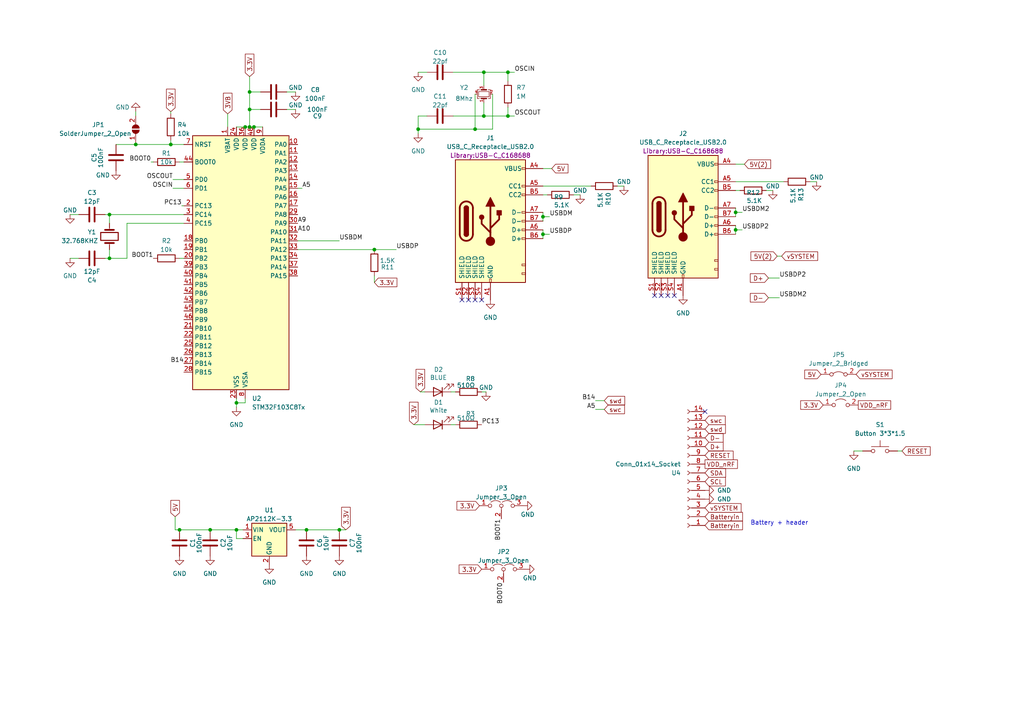
<source format=kicad_sch>
(kicad_sch (version 20231120) (generator "eeschema") (generator_version "8.0")
  (paper "A4")
  (lib_symbols
    (symbol "Connector:Conn_01x14_Socket" (pin_names (offset 1.016) hide)
      (property "Reference" "J" (at 0 17.78 0))
      (property "Value" "Conn_01x14_Socket" (at 0 -20.32 0))
      (symbol "Conn_01x14_Socket_1_1"
        (arc (start 0 -17.272) (mid -0.5058 -17.78) (end 0 -18.288) (stroke (width 0.1524)))
        (arc (start 0 -14.732) (mid -0.5058 -15.24) (end 0 -15.748) (stroke (width 0.1524)))
        (arc (start 0 -12.192) (mid -0.5058 -12.7) (end 0 -13.208) (stroke (width 0.1524)))
        (arc (start 0 -9.652) (mid -0.5058 -10.16) (end 0 -10.668) (stroke (width 0.1524)))
        (arc (start 0 -7.112) (mid -0.5058 -7.62) (end 0 -8.128) (stroke (width 0.1524)))
        (arc (start 0 -4.572) (mid -0.5058 -5.08) (end 0 -5.588) (stroke (width 0.1524)))
        (arc (start 0 -2.032) (mid -0.5058 -2.54) (end 0 -3.048) (stroke (width 0.1524)))
        (polyline (pts (xy -1.27 -17.78) (xy -0.508 -17.78)) (stroke (width 0.1524)))
        (polyline (pts (xy -1.27 -15.24) (xy -0.508 -15.24)) (stroke (width 0.1524)))
        (polyline (pts (xy -1.27 -12.7) (xy -0.508 -12.7)) (stroke (width 0.1524)))
        (polyline (pts (xy -1.27 -10.16) (xy -0.508 -10.16)) (stroke (width 0.1524)))
        (polyline (pts (xy -1.27 -7.62) (xy -0.508 -7.62)) (stroke (width 0.1524)))
        (polyline (pts (xy -1.27 -5.08) (xy -0.508 -5.08)) (stroke (width 0.1524)))
        (polyline (pts (xy -1.27 -2.54) (xy -0.508 -2.54)) (stroke (width 0.1524)))
        (polyline (pts (xy -1.27 0) (xy -0.508 0)) (stroke (width 0.1524)))
        (polyline (pts (xy -1.27 2.54) (xy -0.508 2.54)) (stroke (width 0.1524)))
        (polyline (pts (xy -1.27 5.08) (xy -0.508 5.08)) (stroke (width 0.1524)))
        (polyline (pts (xy -1.27 7.62) (xy -0.508 7.62)) (stroke (width 0.1524)))
        (polyline (pts (xy -1.27 10.16) (xy -0.508 10.16)) (stroke (width 0.1524)))
        (polyline (pts (xy -1.27 12.7) (xy -0.508 12.7)) (stroke (width 0.1524)))
        (polyline (pts (xy -1.27 15.24) (xy -0.508 15.24)) (stroke (width 0.1524)))
        (arc (start 0 0.508) (mid -0.5058 0) (end 0 -0.508) (stroke (width 0.1524)))
        (arc (start 0 3.048) (mid -0.5058 2.54) (end 0 2.032) (stroke (width 0.1524)))
        (arc (start 0 5.588) (mid -0.5058 5.08) (end 0 4.572) (stroke (width 0.1524)))
        (arc (start 0 8.128) (mid -0.5058 7.62) (end 0 7.112) (stroke (width 0.1524)))
        (arc (start 0 10.668) (mid -0.5058 10.16) (end 0 9.652) (stroke (width 0.1524)))
        (arc (start 0 13.208) (mid -0.5058 12.7) (end 0 12.192) (stroke (width 0.1524)))
        (arc (start 0 15.748) (mid -0.5058 15.24) (end 0 14.732) (stroke (width 0.1524)))
        (pin passive line (at -5.08 15.24 0) (length 3.81) (name "Pin_1") (number "1"))
        (pin passive line (at -5.08 -7.62 0) (length 3.81) (name "Pin_10") (number "10"))
        (pin passive line (at -5.08 -10.16 0) (length 3.81) (name "Pin_11") (number "11"))
        (pin passive line (at -5.08 -12.7 0) (length 3.81) (name "Pin_12") (number "12"))
        (pin passive line (at -5.08 -15.24 0) (length 3.81) (name "Pin_13") (number "13"))
        (pin passive line (at -5.08 -17.78 0) (length 3.81) (name "Pin_14") (number "14"))
        (pin passive line (at -5.08 12.7 0) (length 3.81) (name "Pin_2") (number "2"))
        (pin passive line (at -5.08 10.16 0) (length 3.81) (name "Pin_3") (number "3"))
        (pin passive line (at -5.08 7.62 0) (length 3.81) (name "Pin_4") (number "4"))
        (pin passive line (at -5.08 5.08 0) (length 3.81) (name "Pin_5") (number "5"))
        (pin passive line (at -5.08 2.54 0) (length 3.81) (name "Pin_6") (number "6"))
        (pin passive line (at -5.08 0 0) (length 3.81) (name "Pin_7") (number "7"))
        (pin passive line (at -5.08 -2.54 0) (length 3.81) (name "Pin_8") (number "8"))
        (pin passive line (at -5.08 -5.08 0) (length 3.81) (name "Pin_9") (number "9"))
      )
    )
    (symbol "Device:C" (pin_numbers hide) (pin_names (offset 0.254))
      (property "Reference" "C" (at 0.635 2.54 0))
      (property "Value" "C" (at 0.635 -2.54 0))
      (symbol "C_0_1"
        (polyline (pts (xy -2.032 -0.762) (xy 2.032 -0.762)) (stroke (width 0.508)))
        (polyline (pts (xy -2.032 0.762) (xy 2.032 0.762)) (stroke (width 0.508)))
      )
      (symbol "C_1_1"
        (pin passive line (at 0 3.81 270) (length 2.794) (name "~") (number "1"))
        (pin passive line (at 0 -3.81 90) (length 2.794) (name "~") (number "2"))
      )
    )
    (symbol "Device:Crystal" (pin_numbers hide) (pin_names (offset 1.016) hide)
      (property "Reference" "Y" (at 0 3.81 0))
      (property "Value" "Crystal" (at 0 -3.81 0))
      (symbol "Crystal_0_1"
        (rectangle (start -1.143 2.54) (end 1.143 -2.54) (stroke (width 0.3048)))
        (polyline (pts (xy -2.54 0) (xy -1.905 0)))
        (polyline (pts (xy -1.905 -1.27) (xy -1.905 1.27)) (stroke (width 0.508)))
        (polyline (pts (xy 1.905 -1.27) (xy 1.905 1.27)) (stroke (width 0.508)))
        (polyline (pts (xy 2.54 0) (xy 1.905 0)))
      )
      (symbol "Crystal_1_1"
        (pin passive line (at -3.81 0 0) (length 1.27) (name "1") (number "1"))
        (pin passive line (at 3.81 0 180) (length 1.27) (name "2") (number "2"))
      )
    )
    (symbol "Device:Crystal_GND24_Small" (pin_names (offset 1.016) hide)
      (property "Reference" "Y" (at 1.27 4.445 0))
      (property "Value" "Crystal_GND24_Small" (at 1.27 2.54 0))
      (symbol "Crystal_GND24_Small_0_1"
        (rectangle (start -0.762 -1.524) (end 0.762 1.524))
        (polyline (pts (xy -1.27 -0.762) (xy -1.27 0.762)) (stroke (width 0.381)))
        (polyline (pts (xy 1.27 -0.762) (xy 1.27 0.762)) (stroke (width 0.381)))
        (polyline (pts (xy -1.27 -1.27) (xy -1.27 -1.905) (xy 1.27 -1.905) (xy 1.27 -1.27)))
        (polyline (pts (xy -1.27 1.27) (xy -1.27 1.905) (xy 1.27 1.905) (xy 1.27 1.27)))
      )
      (symbol "Crystal_GND24_Small_1_1"
        (pin passive line (at -2.54 0 0) (length 1.27) (name "1") (number "1"))
        (pin passive line (at 0 -2.54 90) (length 0.635) (name "2") (number "2"))
        (pin passive line (at 2.54 0 180) (length 1.27) (name "3") (number "3"))
        (pin passive line (at 0 2.54 270) (length 0.635) (name "4") (number "4"))
      )
    )
    (symbol "Device:LED" (pin_numbers hide) (pin_names (offset 1.016) hide)
      (property "Reference" "D" (at 0 2.54 0))
      (property "Value" "LED" (at 0 -2.54 0))
      (symbol "LED_0_1"
        (polyline (pts (xy -1.27 -1.27) (xy -1.27 1.27)) (stroke (width 0.254)))
        (polyline (pts (xy -1.27 0) (xy 1.27 0)))
        (polyline (pts (xy 1.27 -1.27) (xy 1.27 1.27) (xy -1.27 0) (xy 1.27 -1.27)) (stroke (width 0.254)))
        (polyline (pts (xy -3.048 -0.762) (xy -4.572 -2.286) (xy -3.81 -2.286) (xy -4.572 -2.286) (xy -4.572 -1.524)))
        (polyline (pts (xy -1.778 -0.762) (xy -3.302 -2.286) (xy -2.54 -2.286) (xy -3.302 -2.286) (xy -3.302 -1.524)))
      )
      (symbol "LED_1_1"
        (pin passive line (at -3.81 0 0) (length 2.54) (name "K") (number "1"))
        (pin passive line (at 3.81 0 180) (length 2.54) (name "A") (number "2"))
      )
    )
    (symbol "Device:R" (pin_numbers hide) (pin_names (offset 0))
      (property "Reference" "R" (at 2.032 0 90))
      (property "Value" "R" (at 0 0 90))
      (symbol "R_0_1"
        (rectangle (start -1.016 -2.54) (end 1.016 2.54) (stroke (width 0.254)))
      )
      (symbol "R_1_1"
        (pin passive line (at 0 3.81 270) (length 1.27) (name "~") (number "1"))
        (pin passive line (at 0 -3.81 90) (length 1.27) (name "~") (number "2"))
      )
    )
    (symbol "Jumper:Jumper_2_Bridged" (pin_names (offset 0) hide)
      (property "Reference" "JP" (at 0 1.905 0))
      (property "Value" "Jumper_2_Bridged" (at 0 -2.54 0))
      (symbol "Jumper_2_Bridged_0_0"
        (circle (center -2.032 0) (radius 0.508))
        (circle (center 2.032 0) (radius 0.508))
      )
      (symbol "Jumper_2_Bridged_0_1"
        (arc (start 1.524 0.254) (mid 0 0.762) (end -1.524 0.254))
      )
      (symbol "Jumper_2_Bridged_1_1"
        (pin passive line (at -5.08 0 0) (length 2.54) (name "A") (number "1"))
        (pin passive line (at 5.08 0 180) (length 2.54) (name "B") (number "2"))
      )
    )
    (symbol "Jumper:Jumper_2_Open" (pin_names (offset 0) hide)
      (property "Reference" "JP" (at 0 2.794 0))
      (property "Value" "Jumper_2_Open" (at 0 -2.286 0))
      (symbol "Jumper_2_Open_0_0"
        (circle (center -2.032 0) (radius 0.508))
        (circle (center 2.032 0) (radius 0.508))
      )
      (symbol "Jumper_2_Open_0_1"
        (arc (start 1.524 1.27) (mid 0 1.778) (end -1.524 1.27))
      )
      (symbol "Jumper_2_Open_1_1"
        (pin passive line (at -5.08 0 0) (length 2.54) (name "A") (number "1"))
        (pin passive line (at 5.08 0 180) (length 2.54) (name "B") (number "2"))
      )
    )
    (symbol "Jumper:Jumper_3_Open" (pin_names (offset 0) hide)
      (property "Reference" "JP" (at -2.54 -2.54 0))
      (property "Value" "Jumper_3_Open" (at 0 2.794 0))
      (symbol "Jumper_3_Open_0_0"
        (circle (center -3.302 0) (radius 0.508))
        (circle (center 0 0) (radius 0.508))
        (circle (center 3.302 0) (radius 0.508))
      )
      (symbol "Jumper_3_Open_0_1"
        (arc (start -0.254 1.016) (mid -1.651 1.4992) (end -3.048 1.016))
        (polyline (pts (xy 0 -0.508) (xy 0 -1.27)))
        (arc (start 3.048 1.016) (mid 1.651 1.4992) (end 0.254 1.016))
      )
      (symbol "Jumper_3_Open_1_1"
        (pin passive line (at -6.35 0 0) (length 2.54) (name "A") (number "1"))
        (pin passive line (at 0 -3.81 90) (length 2.54) (name "C") (number "2"))
        (pin passive line (at 6.35 0 180) (length 2.54) (name "B") (number "3"))
      )
    )
    (symbol "Jumper:SolderJumper_2_Open" (pin_names (offset 0) hide)
      (property "Reference" "JP" (at 0 2.032 0))
      (property "Value" "SolderJumper_2_Open" (at 0 -2.54 0))
      (symbol "SolderJumper_2_Open_0_1"
        (arc (start -0.254 1.016) (mid -1.2656 0) (end -0.254 -1.016))
        (arc (start -0.254 1.016) (mid -1.2656 0) (end -0.254 -1.016) (fill (type outline)))
        (polyline (pts (xy -0.254 1.016) (xy -0.254 -1.016)))
        (polyline (pts (xy 0.254 1.016) (xy 0.254 -1.016)))
        (arc (start 0.254 -1.016) (mid 1.2656 0) (end 0.254 1.016))
        (arc (start 0.254 -1.016) (mid 1.2656 0) (end 0.254 1.016) (fill (type outline)))
      )
      (symbol "SolderJumper_2_Open_1_1"
        (pin passive line (at -3.81 0 0) (length 2.54) (name "A") (number "1"))
        (pin passive line (at 3.81 0 180) (length 2.54) (name "B") (number "2"))
      )
    )
    (symbol "Library:USB_C_Receptacle_USB2.0" (pin_names (offset 1.016))
      (property "Reference" "J1" (at 2.7178 24.3078 0))
      (property "Value" "USB_C_Receptacle_USB2.0" (at 2.7178 21.9964 0))
      (property "Footprint" "Library:USB-C_C168688" (at 2.7178 19.685 0))
      (symbol "USB_C_Receptacle_USB2.0_0_0"
        (rectangle (start -0.254 -17.78) (end 0.254 -16.764))
        (rectangle (start 10.16 -14.986) (end 9.144 -15.494))
        (rectangle (start 10.16 -12.446) (end 9.144 -12.954))
        (rectangle (start 10.16 -4.826) (end 9.144 -5.334))
        (rectangle (start 10.16 -2.286) (end 9.144 -2.794))
        (rectangle (start 10.16 0.254) (end 9.144 -0.254))
        (rectangle (start 10.16 2.794) (end 9.144 2.286))
        (rectangle (start 10.16 7.874) (end 9.144 7.366))
        (rectangle (start 10.16 10.414) (end 9.144 9.906))
        (rectangle (start 10.16 15.494) (end 9.144 14.986))
      )
      (symbol "USB_C_Receptacle_USB2.0_0_1"
        (rectangle (start -10.16 17.78) (end 10.16 -17.78) (stroke (width 0.254)) (fill (type background)))
        (arc (start -8.89 -3.81) (mid -6.985 -5.7067) (end -5.08 -3.81) (stroke (width 0.508)))
        (arc (start -7.62 -3.81) (mid -6.985 -4.4423) (end -6.35 -3.81) (stroke (width 0.254)))
        (arc (start -7.62 -3.81) (mid -6.985 -4.4423) (end -6.35 -3.81) (stroke (width 0.254)) (fill (type outline)))
        (rectangle (start -7.62 -3.81) (end -6.35 3.81) (stroke (width 0.254)) (fill (type outline)))
        (arc (start -6.35 3.81) (mid -6.985 4.4423) (end -7.62 3.81) (stroke (width 0.254)))
        (arc (start -6.35 3.81) (mid -6.985 4.4423) (end -7.62 3.81) (stroke (width 0.254)) (fill (type outline)))
        (arc (start -5.08 3.81) (mid -6.985 5.7067) (end -8.89 3.81) (stroke (width 0.508)))
        (circle (center -2.54 1.143) (radius 0.635) (stroke (width 0.254)) (fill (type outline)))
        (circle (center 0 -5.842) (radius 1.27) (fill (type outline)))
        (polyline (pts (xy -8.89 -3.81) (xy -8.89 3.81)) (stroke (width 0.508)))
        (polyline (pts (xy -5.08 3.81) (xy -5.08 -3.81)) (stroke (width 0.508)))
        (polyline (pts (xy 0 -5.842) (xy 0 4.318)) (stroke (width 0.508)))
        (polyline (pts (xy 0 -3.302) (xy -2.54 -0.762) (xy -2.54 0.508)) (stroke (width 0.508)))
        (polyline (pts (xy 0 -2.032) (xy 2.54 0.508) (xy 2.54 1.778)) (stroke (width 0.508)))
        (polyline (pts (xy -1.27 4.318) (xy 0 6.858) (xy 1.27 4.318) (xy -1.27 4.318)) (stroke (width 0.254)) (fill (type outline)))
        (rectangle (start 1.905 1.778) (end 3.175 3.048) (stroke (width 0.254)) (fill (type outline)))
      )
      (symbol "USB_C_Receptacle_USB2.0_1_1"
        (pin power_in line (at 0 -22.86 90) (length 5.08) (name "GND") (number "A1"))
        (pin power_in line (at 15.24 15.24 180) (length 5.08) (name "VBUS") (number "A4"))
        (pin bidirectional line (at 15.24 10.16 180) (length 5.08) (name "CC1") (number "A5"))
        (pin bidirectional line (at 15.24 -2.54 180) (length 5.08) (name "D+") (number "A6"))
        (pin bidirectional line (at 15.24 2.54 180) (length 5.08) (name "D-") (number "A7"))
        (pin bidirectional line (at 15.24 7.62 180) (length 5.08) (name "CC2") (number "B5"))
        (pin bidirectional line (at 15.24 -5.08 180) (length 5.08) (name "D+") (number "B6"))
        (pin bidirectional line (at 15.24 0 180) (length 5.08) (name "D-") (number "B7"))
        (pin passive line (at -8.255 -22.86 90) (length 5.08) (name "SHIELD") (number "S1"))
        (pin passive line (at -6.35 -22.86 90) (length 5.08) (name "SHIELD") (number "S2"))
        (pin passive line (at -4.445 -22.86 90) (length 5.08) (name "SHIELD") (number "S3"))
        (pin passive line (at -2.54 -22.86 90) (length 5.08) (name "SHIELD") (number "S4"))
      )
    )
    (symbol "MCU_ST_STM32F1:STM32F103C8Tx"
      (property "Reference" "U" (at -12.7 39.37 0))
      (property "Value" "STM32F103C8Tx" (at 10.16 39.37 0))
      (symbol "STM32F103C8Tx_0_1"
        (rectangle (start -12.7 -35.56) (end 15.24 38.1) (stroke (width 0.254)) (fill (type background)))
      )
      (symbol "STM32F103C8Tx_1_1"
        (pin power_in line (at -2.54 40.64 270) (length 2.54) (name "VBAT") (number "1"))
        (pin bidirectional line (at 17.78 35.56 180) (length 2.54) (name "PA0") (number "10"))
        (pin bidirectional line (at 17.78 33.02 180) (length 2.54) (name "PA1") (number "11"))
        (pin bidirectional line (at 17.78 30.48 180) (length 2.54) (name "PA2") (number "12"))
        (pin bidirectional line (at 17.78 27.94 180) (length 2.54) (name "PA3") (number "13"))
        (pin bidirectional line (at 17.78 25.4 180) (length 2.54) (name "PA4") (number "14"))
        (pin bidirectional line (at 17.78 22.86 180) (length 2.54) (name "PA5") (number "15"))
        (pin bidirectional line (at 17.78 20.32 180) (length 2.54) (name "PA6") (number "16"))
        (pin bidirectional line (at 17.78 17.78 180) (length 2.54) (name "PA7") (number "17"))
        (pin bidirectional line (at -15.24 7.62 0) (length 2.54) (name "PB0") (number "18"))
        (pin bidirectional line (at -15.24 5.08 0) (length 2.54) (name "PB1") (number "19"))
        (pin bidirectional line (at -15.24 17.78 0) (length 2.54) (name "PC13") (number "2"))
        (pin bidirectional line (at -15.24 2.54 0) (length 2.54) (name "PB2") (number "20"))
        (pin bidirectional line (at -15.24 -17.78 0) (length 2.54) (name "PB10") (number "21"))
        (pin bidirectional line (at -15.24 -20.32 0) (length 2.54) (name "PB11") (number "22"))
        (pin power_in line (at 0 -38.1 90) (length 2.54) (name "VSS") (number "23"))
        (pin power_in line (at 0 40.64 270) (length 2.54) (name "VDD") (number "24"))
        (pin bidirectional line (at -15.24 -22.86 0) (length 2.54) (name "PB12") (number "25"))
        (pin bidirectional line (at -15.24 -25.4 0) (length 2.54) (name "PB13") (number "26"))
        (pin bidirectional line (at -15.24 -27.94 0) (length 2.54) (name "PB14") (number "27"))
        (pin bidirectional line (at -15.24 -30.48 0) (length 2.54) (name "PB15") (number "28"))
        (pin bidirectional line (at 17.78 15.24 180) (length 2.54) (name "PA8") (number "29"))
        (pin bidirectional line (at -15.24 15.24 0) (length 2.54) (name "PC14") (number "3"))
        (pin bidirectional line (at 17.78 12.7 180) (length 2.54) (name "PA9") (number "30"))
        (pin bidirectional line (at 17.78 10.16 180) (length 2.54) (name "PA10") (number "31"))
        (pin bidirectional line (at 17.78 7.62 180) (length 2.54) (name "PA11") (number "32"))
        (pin bidirectional line (at 17.78 5.08 180) (length 2.54) (name "PA12") (number "33"))
        (pin bidirectional line (at 17.78 2.54 180) (length 2.54) (name "PA13") (number "34"))
        (pin passive line (at 0 -38.1 90) (length 2.54) hide (name "VSS") (number "35"))
        (pin power_in line (at 2.54 40.64 270) (length 2.54) (name "VDD") (number "36"))
        (pin bidirectional line (at 17.78 0 180) (length 2.54) (name "PA14") (number "37"))
        (pin bidirectional line (at 17.78 -2.54 180) (length 2.54) (name "PA15") (number "38"))
        (pin bidirectional line (at -15.24 0 0) (length 2.54) (name "PB3") (number "39"))
        (pin bidirectional line (at -15.24 12.7 0) (length 2.54) (name "PC15") (number "4"))
        (pin bidirectional line (at -15.24 -2.54 0) (length 2.54) (name "PB4") (number "40"))
        (pin bidirectional line (at -15.24 -5.08 0) (length 2.54) (name "PB5") (number "41"))
        (pin bidirectional line (at -15.24 -7.62 0) (length 2.54) (name "PB6") (number "42"))
        (pin bidirectional line (at -15.24 -10.16 0) (length 2.54) (name "PB7") (number "43"))
        (pin input line (at -15.24 30.48 0) (length 2.54) (name "BOOT0") (number "44"))
        (pin bidirectional line (at -15.24 -12.7 0) (length 2.54) (name "PB8") (number "45"))
        (pin bidirectional line (at -15.24 -15.24 0) (length 2.54) (name "PB9") (number "46"))
        (pin passive line (at 0 -38.1 90) (length 2.54) hide (name "VSS") (number "47"))
        (pin power_in line (at 5.08 40.64 270) (length 2.54) (name "VDD") (number "48"))
        (pin bidirectional line (at -15.24 25.4 0) (length 2.54) (name "PD0") (number "5"))
        (pin bidirectional line (at -15.24 22.86 0) (length 2.54) (name "PD1") (number "6"))
        (pin input line (at -15.24 35.56 0) (length 2.54) (name "NRST") (number "7"))
        (pin power_in line (at 2.54 -38.1 90) (length 2.54) (name "VSSA") (number "8"))
        (pin power_in line (at 7.62 40.64 270) (length 2.54) (name "VDDA") (number "9"))
      )
    )
    (symbol "Regulator_Linear:AP2112K-3.3" (pin_names (offset 0.254))
      (property "Reference" "U" (at -5.08 5.715 0))
      (property "Value" "AP2112K-3.3" (at 0 5.715 0))
      (symbol "AP2112K-3.3_0_1"
        (rectangle (start -5.08 4.445) (end 5.08 -5.08) (stroke (width 0.254)) (fill (type background)))
      )
      (symbol "AP2112K-3.3_1_1"
        (pin power_in line (at -7.62 2.54 0) (length 2.54) (name "VIN") (number "1"))
        (pin power_in line (at 0 -7.62 90) (length 2.54) (name "GND") (number "2"))
        (pin input line (at -7.62 0 0) (length 2.54) (name "EN") (number "3"))
        (pin no_connect line (at 5.08 0 180) (length 2.54) hide (name "NC") (number "4"))
        (pin power_out line (at 7.62 2.54 180) (length 2.54) (name "VOUT") (number "5"))
      )
    )
    (symbol "Switch:SW_Push" (pin_numbers hide) (pin_names (offset 1.016) hide)
      (property "Reference" "SW" (at 1.27 2.54 0))
      (property "Value" "SW_Push" (at 0 -1.524 0))
      (symbol "SW_Push_0_1"
        (circle (center -2.032 0) (radius 0.508))
        (polyline (pts (xy 0 1.27) (xy 0 3.048)))
        (polyline (pts (xy 2.54 1.27) (xy -2.54 1.27)))
        (circle (center 2.032 0) (radius 0.508))
        (pin passive line (at -5.08 0 0) (length 2.54) (name "1") (number "1"))
        (pin passive line (at 5.08 0 180) (length 2.54) (name "2") (number "2"))
      )
    )
    (symbol "power:GND" (power) (pin_names (offset 0))
      (property "Value" "GND" (at 0 -3.81 0))
      (symbol "GND_0_1"
        (polyline (pts (xy 0 0) (xy 0 -1.27) (xy 1.27 -1.27) (xy 0 -2.54) (xy -1.27 -1.27) (xy 0 -1.27)))
      )
      (symbol "GND_1_1"
        (pin power_in line (at 0 0 270) (length 0) hide (name "GND") (number "1"))
      )
    )
  )
  (junction (at 121.285 37.465))
  (junction (at 49.53 41.91))
  (junction (at 213.36 66.675))
  (junction (at 137.795 37.465))
  (junction (at 68.58 116.84))
  (junction (at 72.39 31.75))
  (junction (at 140.335 33.655))
  (junction (at 52.07 153.67))
  (junction (at 98.425 153.67))
  (junction (at 157.48 67.945))
  (junction (at 68.58 153.67))
  (junction (at 72.39 26.67))
  (junction (at 213.36 61.595))
  (junction (at 108.585 72.39))
  (junction (at 157.48 62.865))
  (junction (at 72.39 36.83))
  (junction (at 147.32 33.655))
  (junction (at 60.96 153.67))
  (junction (at 88.9 153.67))
  (junction (at 147.32 20.955))
  (junction (at 73.66 36.83))
  (junction (at 31.75 74.93))
  (junction (at 31.75 62.23))
  (junction (at 39.37 41.91))
  (junction (at 140.335 20.955))
  (junction (at 71.12 36.83))
  (no_connect (at 193.675 85.725))
  (no_connect (at 189.865 85.725))
  (no_connect (at 135.89 86.995))
  (no_connect (at 191.77 85.725))
  (no_connect (at 204.47 119.38))
  (no_connect (at 137.795 86.995))
  (no_connect (at 139.7 86.995))
  (no_connect (at 195.58 85.725))
  (no_connect (at 133.985 86.995))
  (wire (pts (xy 68.58 153.67) (xy 60.96 153.67)))
  (wire (pts (xy 121.285 37.465) (xy 121.285 33.655)))
  (wire (pts (xy 121.285 38.735) (xy 121.285 37.465)))
  (wire (pts (xy 68.58 116.84) (xy 68.58 115.57)))
  (wire (pts (xy 31.75 62.23) (xy 53.34 62.23)))
  (wire (pts (xy 142.875 37.465) (xy 137.795 37.465)))
  (wire (pts (xy 68.58 156.21) (xy 68.58 153.67)))
  (wire (pts (xy 120.015 123.19) (xy 123.19 123.19)))
  (wire (pts (xy 121.92 113.665) (xy 123.19 113.665)))
  (wire (pts (xy 31.75 64.77) (xy 31.75 62.23)))
  (wire (pts (xy 73.66 36.83) (xy 76.2 36.83)))
  (wire (pts (xy 171.45 53.975) (xy 157.48 53.975)))
  (wire (pts (xy 137.795 37.465) (xy 121.285 37.465)))
  (wire (pts (xy 71.12 36.83) (xy 72.39 36.83)))
  (wire (pts (xy 130.81 123.19) (xy 132.08 123.19)))
  (wire (pts (xy 159.385 62.865) (xy 157.48 62.865)))
  (wire (pts (xy 39.37 32.385) (xy 39.37 33.655)))
  (wire (pts (xy 50.8 153.67) (xy 50.8 149.86)))
  (wire (pts (xy 121.285 20.955) (xy 123.825 20.955)))
  (wire (pts (xy 60.96 153.67) (xy 52.07 153.67)))
  (wire (pts (xy 213.36 65.405) (xy 213.36 66.675)))
  (wire (pts (xy 147.32 31.115) (xy 147.32 33.655)))
  (wire (pts (xy 20.32 62.23) (xy 22.86 62.23)))
  (wire (pts (xy 227.33 52.705) (xy 213.36 52.705)))
  (wire (pts (xy 87.63 54.61) (xy 86.36 54.61)))
  (wire (pts (xy 140.335 33.655) (xy 147.32 33.655)))
  (wire (pts (xy 215.9 47.625) (xy 213.36 47.625)))
  (wire (pts (xy 157.48 67.945) (xy 157.48 69.215)))
  (wire (pts (xy 140.335 20.955) (xy 147.32 20.955)))
  (wire (pts (xy 72.39 31.75) (xy 72.39 36.83)))
  (wire (pts (xy 158.75 56.515) (xy 157.48 56.515)))
  (wire (pts (xy 49.53 40.64) (xy 49.53 41.91)))
  (wire (pts (xy 140.97 113.665) (xy 139.7 113.665)))
  (wire (pts (xy 147.32 20.955) (xy 147.32 23.495)))
  (wire (pts (xy 52.07 74.93) (xy 53.34 74.93)))
  (wire (pts (xy 140.335 29.845) (xy 140.335 33.655)))
  (wire (pts (xy 172.72 116.205) (xy 175.26 116.205)))
  (wire (pts (xy 247.65 130.81) (xy 250.19 130.81)))
  (wire (pts (xy 131.445 20.955) (xy 140.335 20.955)))
  (wire (pts (xy 20.32 74.93) (xy 22.86 74.93)))
  (wire (pts (xy 215.265 66.675) (xy 213.36 66.675)))
  (wire (pts (xy 39.37 41.275) (xy 39.37 41.91)))
  (wire (pts (xy 236.855 52.705) (xy 234.95 52.705)))
  (wire (pts (xy 72.39 36.83) (xy 73.66 36.83)))
  (wire (pts (xy 49.53 41.91) (xy 53.34 41.91)))
  (wire (pts (xy 215.265 61.595) (xy 213.36 61.595)))
  (wire (pts (xy 85.725 31.75) (xy 83.185 31.75)))
  (wire (pts (xy 159.385 67.945) (xy 157.48 67.945)))
  (wire (pts (xy 52.705 59.69) (xy 53.34 59.69)))
  (wire (pts (xy 50.165 52.07) (xy 53.34 52.07)))
  (wire (pts (xy 130.81 113.665) (xy 132.08 113.665)))
  (wire (pts (xy 86.36 72.39) (xy 108.585 72.39)))
  (wire (pts (xy 68.58 116.84) (xy 71.12 116.84)))
  (wire (pts (xy 33.655 41.91) (xy 39.37 41.91)))
  (wire (pts (xy 31.75 74.93) (xy 36.83 74.93)))
  (wire (pts (xy 86.36 69.85) (xy 98.425 69.85)))
  (wire (pts (xy 100.33 153.67) (xy 98.425 153.67)))
  (wire (pts (xy 68.58 118.11) (xy 68.58 116.84)))
  (wire (pts (xy 85.725 26.67) (xy 83.185 26.67)))
  (wire (pts (xy 88.9 153.67) (xy 98.425 153.67)))
  (wire (pts (xy 140.335 20.955) (xy 140.335 24.765)))
  (wire (pts (xy 50.165 54.61) (xy 53.34 54.61)))
  (wire (pts (xy 160.02 48.895) (xy 157.48 48.895)))
  (wire (pts (xy 70.485 153.67) (xy 68.58 153.67)))
  (wire (pts (xy 31.75 72.39) (xy 31.75 74.93)))
  (wire (pts (xy 39.37 41.91) (xy 49.53 41.91)))
  (wire (pts (xy 52.07 153.67) (xy 50.8 153.67)))
  (wire (pts (xy 70.485 156.21) (xy 68.58 156.21)))
  (wire (pts (xy 72.39 26.67) (xy 72.39 31.75)))
  (wire (pts (xy 137.795 27.305) (xy 137.795 37.465)))
  (wire (pts (xy 36.83 64.77) (xy 36.83 74.93)))
  (wire (pts (xy 72.39 22.225) (xy 72.39 26.67)))
  (wire (pts (xy 172.72 118.745) (xy 175.26 118.745)))
  (wire (pts (xy 214.63 55.245) (xy 213.36 55.245)))
  (wire (pts (xy 147.32 20.955) (xy 149.225 20.955)))
  (wire (pts (xy 147.32 33.655) (xy 149.225 33.655)))
  (wire (pts (xy 226.695 74.295) (xy 225.425 74.295)))
  (wire (pts (xy 180.975 53.975) (xy 179.07 53.975)))
  (wire (pts (xy 157.48 66.675) (xy 157.48 67.945)))
  (wire (pts (xy 213.36 60.325) (xy 213.36 61.595)))
  (wire (pts (xy 121.285 33.655) (xy 123.825 33.655)))
  (wire (pts (xy 226.06 80.645) (xy 222.885 80.645)))
  (wire (pts (xy 72.39 31.75) (xy 75.565 31.75)))
  (wire (pts (xy 142.875 27.305) (xy 142.875 37.465)))
  (wire (pts (xy 49.53 33.02) (xy 49.53 32.385)))
  (wire (pts (xy 85.725 153.67) (xy 88.9 153.67)))
  (wire (pts (xy 43.815 46.99) (xy 44.45 46.99)))
  (wire (pts (xy 140.335 33.655) (xy 131.445 33.655)))
  (wire (pts (xy 52.07 46.99) (xy 53.34 46.99)))
  (wire (pts (xy 30.48 62.23) (xy 31.75 62.23)))
  (wire (pts (xy 108.585 81.915) (xy 108.585 80.01)))
  (wire (pts (xy 157.48 62.865) (xy 157.48 64.135)))
  (wire (pts (xy 30.48 74.93) (xy 31.75 74.93)))
  (wire (pts (xy 213.36 61.595) (xy 213.36 62.865)))
  (wire (pts (xy 168.275 56.515) (xy 166.37 56.515)))
  (wire (pts (xy 72.39 26.67) (xy 75.565 26.67)))
  (wire (pts (xy 71.12 116.84) (xy 71.12 115.57)))
  (wire (pts (xy 261.62 130.81) (xy 260.35 130.81)))
  (wire (pts (xy 114.935 72.39) (xy 108.585 72.39)))
  (wire (pts (xy 226.06 86.36) (xy 222.885 86.36)))
  (wire (pts (xy 224.155 55.245) (xy 222.25 55.245)))
  (wire (pts (xy 157.48 61.595) (xy 157.48 62.865)))
  (wire (pts (xy 68.58 36.83) (xy 71.12 36.83)))
  (wire (pts (xy 213.36 66.675) (xy 213.36 67.945)))
  (wire (pts (xy 66.04 33.02) (xy 66.04 36.83)))
  (wire (pts (xy 53.34 64.77) (xy 36.83 64.77)))
  (text "Battery + header" (at 226.06 151.765 0) (effects (font (size 1.27 1.27))))
  (label "USBDP2" (at 226.06 80.645 0))
  (label "USBDM2" (at 215.265 61.595 0))
  (label "A9" (at 86.36 64.77 0))
  (label "BOOT0" (at 146.05 168.91 270))
  (label "B14" (at 172.72 116.205 180))
  (label "PC13" (at 52.705 59.69 180))
  (label "OSCOUT" (at 50.165 52.07 180))
  (label "BOOT1" (at 44.45 74.93 180))
  (label "OSCOUT" (at 149.225 33.655 0))
  (label "USBDM" (at 98.425 69.85 0))
  (label "USBDP" (at 114.935 72.39 0))
  (label "A5" (at 172.72 118.745 180))
  (label "USBDM" (at 159.385 62.865 0))
  (label "BOOT0" (at 43.815 46.99 180))
  (label "A10" (at 86.36 67.31 0))
  (label "OSCIN" (at 50.165 54.61 180))
  (label "USBDP2" (at 215.265 66.675 0))
  (label "PC13" (at 139.7 123.19 0))
  (label "OSCIN" (at 149.225 20.955 0))
  (label "USBDP" (at 159.385 67.945 0))
  (label "BOOT1" (at 145.415 150.495 270))
  (label "A5" (at 87.63 54.61 0))
  (label "B14" (at 53.34 105.41 180))
  (label "USBDM2" (at 226.06 86.36 0))
  (global_label "Batteryin" (shape input) (at 204.47 152.4 0) (property "Intersheetrefs" "${INTERSHEET_REFS}" (effects (hide yes))))
  (global_label "5V" (shape input) (at 50.8 149.86 90) (property "Intersheetrefs" "${INTERSHEET_REFS}" (effects (hide yes))))
  (global_label "swd" (shape input) (at 204.47 124.46 0) (property "Intersheetrefs" "${INTERSHEET_REFS}" (effects (hide yes))))
  (global_label "3VB" (shape input) (at 66.04 33.02 90) (property "Intersheetrefs" "${INTERSHEET_REFS}" (effects (hide yes))))
  (global_label "VDD_nRF" (shape passive) (at 248.92 117.475 0) (property "Intersheetrefs" "${INTERSHEET_REFS}" (effects (hide yes))))
  (global_label "Batteryin" (shape input) (at 204.47 149.86 0) (property "Intersheetrefs" "${INTERSHEET_REFS}" (effects (hide yes))))
  (global_label "3.3V" (shape input) (at 108.585 81.915 0) (property "Intersheetrefs" "${INTERSHEET_REFS}" (effects (hide yes))))
  (global_label "5V(2)" (shape input) (at 225.425 74.295 180) (property "Intersheetrefs" "${INTERSHEET_REFS}" (effects (hide yes))))
  (global_label "vSYSTEM" (shape input) (at 226.695 74.295 0) (property "Intersheetrefs" "${INTERSHEET_REFS}" (effects (hide yes))))
  (global_label "3.3V" (shape input) (at 139.7 165.1 180) (property "Intersheetrefs" "${INTERSHEET_REFS}" (effects (hide yes))))
  (global_label "D-" (shape input) (at 222.885 86.36 180) (property "Intersheetrefs" "${INTERSHEET_REFS}" (effects (hide yes))))
  (global_label "3.3V" (shape input) (at 139.065 146.685 180) (property "Intersheetrefs" "${INTERSHEET_REFS}" (effects (hide yes))))
  (global_label "vSYSTEM" (shape input) (at 204.47 147.32 0) (property "Intersheetrefs" "${INTERSHEET_REFS}" (effects (hide yes))))
  (global_label "D-" (shape input) (at 204.47 127 0) (property "Intersheetrefs" "${INTERSHEET_REFS}" (effects (hide yes))))
  (global_label "3.3V" (shape input) (at 72.39 22.225 90) (property "Intersheetrefs" "${INTERSHEET_REFS}" (effects (hide yes))))
  (global_label "RESET" (shape input) (at 204.47 132.08 0) (property "Intersheetrefs" "${INTERSHEET_REFS}" (effects (hide yes))))
  (global_label "SCL" (shape input) (at 204.47 139.7 0) (property "Intersheetrefs" "${INTERSHEET_REFS}" (effects (hide yes))))
  (global_label "SDA" (shape input) (at 204.47 137.16 0) (property "Intersheetrefs" "${INTERSHEET_REFS}" (effects (hide yes))))
  (global_label "swd" (shape input) (at 175.26 116.205 0) (property "Intersheetrefs" "${INTERSHEET_REFS}" (effects (hide yes))))
  (global_label "RESET" (shape input) (at 261.62 130.81 0) (property "Intersheetrefs" "${INTERSHEET_REFS}" (effects (hide yes))))
  (global_label "3.3V" (shape input) (at 121.92 113.665 90) (property "Intersheetrefs" "${INTERSHEET_REFS}" (effects (hide yes))))
  (global_label "3.3V" (shape input) (at 49.53 32.385 90) (property "Intersheetrefs" "${INTERSHEET_REFS}" (effects (hide yes))))
  (global_label "5V(2)" (shape input) (at 215.9 47.625 0) (property "Intersheetrefs" "${INTERSHEET_REFS}" (effects (hide yes))))
  (global_label "swc" (shape input) (at 204.47 121.92 0) (property "Intersheetrefs" "${INTERSHEET_REFS}" (effects (hide yes))))
  (global_label "3.3V" (shape input) (at 120.015 123.19 90) (property "Intersheetrefs" "${INTERSHEET_REFS}" (effects (hide yes))))
  (global_label "3.3V" (shape input) (at 238.76 117.475 180) (property "Intersheetrefs" "${INTERSHEET_REFS}" (effects (hide yes))))
  (global_label "vSYSTEM" (shape input) (at 248.285 108.585 0) (property "Intersheetrefs" "${INTERSHEET_REFS}" (effects (hide yes))))
  (global_label "3.3V" (shape input) (at 100.33 153.67 90) (property "Intersheetrefs" "${INTERSHEET_REFS}" (effects (hide yes))))
  (global_label "D+" (shape input) (at 222.885 80.645 180) (property "Intersheetrefs" "${INTERSHEET_REFS}" (effects (hide yes))))
  (global_label "swc" (shape input) (at 175.26 118.745 0) (property "Intersheetrefs" "${INTERSHEET_REFS}" (effects (hide yes))))
  (global_label "D+" (shape input) (at 204.47 129.54 0) (property "Intersheetrefs" "${INTERSHEET_REFS}" (effects (hide yes))))
  (global_label "5V" (shape input) (at 160.02 48.895 0) (property "Intersheetrefs" "${INTERSHEET_REFS}" (effects (hide yes))))
  (global_label "VDD_nRF" (shape passive) (at 204.47 134.62 0) (property "Intersheetrefs" "${INTERSHEET_REFS}" (effects (hide yes))))
  (global_label "5V" (shape input) (at 238.125 108.585 180) (property "Intersheetrefs" "${INTERSHEET_REFS}" (effects (hide yes))))
  (symbol (lib_id "Device:R") (at 49.53 36.83 0) (unit 1)
    (property "Reference" "R4" (at 51.435 36.195 0) (effects (justify left)))
    (property "Value" "10k" (at 51.435 38.735 0) (effects (justify left)))
    (property "Footprint" "Resistor_SMD:R_0402_1005Metric" (effects (hide yes)))
    (property "ID" "7" (effects (hide yes)))
  )
  (symbol (lib_id "Device:C") (at 60.96 157.48 180) (unit 1)
    (property "Reference" "C2" (at 64.77 157.48 90))
    (property "Value" "10uF" (at 66.675 157.48 90))
    (property "Footprint" "Capacitor_SMD:C_0402_1005Metric" (effects (hide yes)))
    (property "ID" "83" (effects (hide yes)))
  )
  (symbol (lib_id "Device:Crystal") (at 31.75 68.58 270) (unit 1)
    (property "Reference" "Y1" (at 25.4 67.31 90) (effects (justify left)))
    (property "Value" "32.768KHZ" (at 17.78 69.85 90) (effects (justify left)))
    (property "Footprint" "Crystal:Crystal_SMD_3215-2Pin_3.2x1.5mm" (effects (hide yes)))
    (property "ID" "43" (effects (hide yes)))
  )
  (symbol (lib_id "Device:LED") (at 127 123.19 180) (unit 1)
    (property "Reference" "D1" (at 127.1778 116.713 0))
    (property "Value" "White" (at 127.1778 119.0244 0))
    (property "Footprint" "LED_SMD:LED_0402_1005Metric" (effects (hide yes)))
    (property "ID" "97" (effects (hide yes)))
  )
  (symbol (lib_id "Device:R") (at 162.56 56.515 270) (unit 1)
    (property "Reference" "R9" (at 160.655 57.15 90) (effects (justify left)))
    (property "Value" "5.1K" (at 160.655 59.4614 90) (effects (justify left)))
    (property "Footprint" "Resistor_SMD:R_0402_1005Metric" (effects (hide yes)))
    (property "ID" "23" (effects (hide yes)))
  )
  (symbol (lib_id "Device:C") (at 26.67 62.23 90) (unit 1)
    (property "Reference" "C3" (at 26.67 55.88 90))
    (property "Value" "12pF" (at 26.67 58.42 90))
    (property "Footprint" "Capacitor_SMD:C_0402_1005Metric" (effects (hide yes)))
    (property "ID" "17" (effects (hide yes)))
  )
  (symbol (lib_id "Device:R") (at 135.89 123.19 90) (unit 1)
    (property "Reference" "R3" (at 137.795 120.015 90) (effects (justify left)))
    (property "Value" "510Ω" (at 137.795 121.285 90) (effects (justify left)))
    (property "Footprint" "Resistor_SMD:R_0402_1005Metric" (effects (hide yes)))
    (property "ID" "100" (effects (hide yes)))
  )
  (symbol (lib_id "Device:R") (at 231.14 52.705 270) (unit 1)
    (property "Reference" "R13" (at 232.3084 54.483 0) (effects (justify left)))
    (property "Value" "5.1K" (at 229.997 54.483 0) (effects (justify left)))
    (property "Footprint" "Resistor_SMD:R_0402_1005Metric" (effects (hide yes)))
    (property "ID" "23" (effects (hide yes)))
  )
  (symbol (lib_id "Device:C") (at 26.67 74.93 270) (unit 1)
    (property "Reference" "C4" (at 26.67 81.28 90))
    (property "Value" "12pF" (at 26.67 78.74 90))
    (property "Footprint" "Capacitor_SMD:C_0402_1005Metric" (effects (hide yes)))
    (property "ID" "17" (effects (hide yes)))
  )
  (symbol (lib_id "power:GND") (at 88.9 161.29 0) (unit 1)
    (property "Reference" "#PWR08" (effects (hide yes)))
    (property "Value" "GND" (at 88.9 166.37 0))
  )
  (symbol (lib_id "Device:C") (at 33.655 45.72 180) (unit 1)
    (property "Reference" "C5" (at 27.305 45.72 90))
    (property "Value" "100nF" (at 29.21 45.72 90))
    (property "Footprint" "Capacitor_SMD:C_0402_1005Metric" (effects (hide yes)))
    (property "ID" "21" (effects (hide yes)))
  )
  (symbol (lib_id "Library:USB_C_Receptacle_USB2.0") (at 198.12 62.865 0) (unit 1)
    (property "Reference" "J2" (at 198.12 38.735 0))
    (property "Value" "USB_C_Receptacle_USB2.0" (at 198.12 41.275 0))
    (property "Footprint" "Library:USB-C_C168688" (at 198.12 43.815 0))
    (property "Datasheet" "https://www.usb.org/sites/default/files/documents/usb_type-c.zip" (effects (hide yes)))
    (property "ID" "65" (effects (hide yes)))
  )
  (symbol (lib_id "Jumper:Jumper_2_Bridged") (at 243.205 108.585 0) (unit 1)
    (property "Reference" "JP5" (at 243.205 102.87 0))
    (property "Value" "Jumper_2_Bridged" (at 243.205 105.41 0))
    (property "Footprint" "Jumper:SolderJumper-2_P1.3mm_Bridged_RoundedPad1.0x1.5mm" (effects (hide yes)))
  )
  (symbol (lib_id "Device:R") (at 147.32 27.305 0) (mirror y) (unit 1)
    (property "Reference" "R7" (at 151.13 25.4 0))
    (property "Value" "1M" (at 151.13 27.94 0))
    (property "Footprint" "Resistor_SMD:R_0402_1005Metric" (effects (hide yes)))
    (property "ID" "28" (effects (hide yes)))
  )
  (symbol (lib_id "power:GND") (at 121.285 20.955 0) (unit 1)
    (property "Reference" "#PWR013" (effects (hide yes)))
    (property "Value" "GND" (at 121.285 26.035 0))
  )
  (symbol (lib_id "power:GND") (at 151.765 146.685 90) (unit 1)
    (property "Reference" "#PWR020" (effects (hide yes)))
    (property "Value" "GND" (at 153.035 149.225 90))
  )
  (symbol (lib_id "Device:R") (at 135.89 113.665 90) (unit 1)
    (property "Reference" "R8" (at 137.795 109.855 90) (effects (justify left)))
    (property "Value" "510Ω" (at 137.795 111.76 90) (effects (justify left)))
    (property "Footprint" "Resistor_SMD:R_0402_1005Metric" (effects (hide yes)))
    (property "ID" "100" (effects (hide yes)))
  )
  (symbol (lib_id "power:GND") (at 98.425 161.29 0) (unit 1)
    (property "Reference" "#PWR09" (effects (hide yes)))
    (property "Value" "GND" (at 98.425 166.37 0))
  )
  (symbol (lib_id "Connector:Conn_01x14_Socket") (at 199.39 137.16 180) (unit 1)
    (property "Reference" "U4" (at 197.485 137.1601 0) (effects (justify left)))
    (property "Value" "Conn_01x14_Socket" (at 197.485 134.6201 0) (effects (justify left)))
    (property "Footprint" "Library:FPC" (effects (hide yes)))
    (property "Description" "Generic connector, single row, 01x14, script generated" (effects (hide yes)))
  )
  (symbol (lib_id "Jumper:Jumper_3_Open") (at 145.415 146.685 0) (unit 1)
    (property "Reference" "JP3" (at 145.415 141.605 0))
    (property "Value" "Jumper_3_Open" (at 145.415 144.145 0))
    (property "Footprint" "Jumper:SolderJumper-3_P1.3mm_Open_RoundedPad1.0x1.5mm" (effects (hide yes)))
  )
  (symbol (lib_id "Switch:SW_Push") (at 255.27 130.81 0) (unit 1)
    (property "Reference" "S1" (at 255.27 123.19 0))
    (property "Value" "Button 3*3*1.5" (at 255.27 125.73 0))
    (property "Footprint" "Library:button 3x3" (effects (hide yes)))
    (property "Description" "Push button switch, generic, two pins" (effects (hide yes)))
    (property "ID" "111" (effects (hide yes)))
  )
  (symbol (lib_id "power:GND") (at 180.975 53.975 0) (unit 1)
    (property "Reference" "#PWR018" (effects (hide yes)))
    (property "Value" "GND" (at 180.975 52.705 0))
  )
  (symbol (lib_id "power:GND") (at 39.37 32.385 180) (unit 1)
    (property "Reference" "#PWR07" (effects (hide yes)))
    (property "Value" "GND" (at 35.56 31.115 0))
  )
  (symbol (lib_id "Device:R") (at 48.26 46.99 90) (unit 1)
    (property "Reference" "R1" (at 48.26 44.45 90))
    (property "Value" "10k" (at 48.26 46.99 90))
    (property "Footprint" "Resistor_SMD:R_0402_1005Metric" (effects (hide yes)))
    (property "ID" "7" (effects (hide yes)))
  )
  (symbol (lib_id "power:GND") (at 236.855 52.705 0) (unit 1)
    (property "Reference" "#PWR025" (effects (hide yes)))
    (property "Value" "GND" (at 236.855 51.435 0))
  )
  (symbol (lib_id "power:GND") (at 224.155 55.245 0) (unit 1)
    (property "Reference" "#PWR024" (effects (hide yes)))
    (property "Value" "GND" (at 224.155 53.975 0))
  )
  (symbol (lib_id "power:GND") (at 140.97 113.665 0) (unit 1)
    (property "Reference" "#PWR016" (effects (hide yes)))
    (property "Value" "GND" (at 140.97 112.395 0))
  )
  (symbol (lib_id "power:GND") (at 142.24 86.995 0) (unit 1)
    (property "Reference" "#PWR015" (effects (hide yes)))
    (property "Value" "GND" (at 142.24 92.075 0))
  )
  (symbol (lib_id "Regulator_Linear:AP2112K-3.3") (at 78.105 156.21 0) (unit 1)
    (property "Reference" "U1" (at 78.105 147.955 0))
    (property "Value" "AP2112K-3.3" (at 78.105 150.495 0))
    (property "Footprint" "Package_TO_SOT_SMD:SOT-23-5" (effects (hide yes)))
    (property "Datasheet" "https://www.diodes.com/assets/Datasheets/AP2112.pdf" (effects (hide yes)))
    (property "ID" "62" (effects (hide yes)))
  )
  (symbol (lib_id "Device:C") (at 127.635 20.955 90) (unit 1)
    (property "Reference" "C10" (at 127.635 15.24 90))
    (property "Value" "22pf" (at 127.635 17.78 90))
    (property "Footprint" "Capacitor_SMD:C_0402_1005Metric" (effects (hide yes)))
    (property "ID" "84" (effects (hide yes)))
  )
  (symbol (lib_id "Device:LED") (at 127 113.665 180) (unit 1)
    (property "Reference" "D2" (at 127.1778 107.188 0))
    (property "Value" "BLUE" (at 127.1778 109.4994 0))
    (property "Footprint" "LED_SMD:LED_0402_1005Metric" (effects (hide yes)))
    (property "ID" "90" (effects (hide yes)))
  )
  (symbol (lib_id "Device:C") (at 127.635 33.655 90) (unit 1)
    (property "Reference" "C11" (at 127.635 27.94 90))
    (property "Value" "22pf" (at 127.635 30.48 90))
    (property "Footprint" "Capacitor_SMD:C_0402_1005Metric" (effects (hide yes)))
    (property "ID" "84" (effects (hide yes)))
  )
  (symbol (lib_id "power:GND") (at 247.65 130.81 0) (unit 1)
    (property "Reference" "#PWR027" (effects (hide yes)))
    (property "Value" "GND" (at 247.65 135.89 0))
  )
  (symbol (lib_id "power:GND") (at 60.96 161.29 0) (unit 1)
    (property "Reference" "#PWR02" (effects (hide yes)))
    (property "Value" "GND" (at 60.96 166.37 0))
  )
  (symbol (lib_id "Device:C") (at 79.375 31.75 270) (unit 1)
    (property "Reference" "C9" (at 92.075 33.655 90))
    (property "Value" "100nF" (at 92.075 31.75 90))
    (property "Footprint" "Capacitor_SMD:C_0402_1005Metric" (effects (hide yes)))
    (property "ID" "21" (effects (hide yes)))
  )
  (symbol (lib_id "Device:R") (at 218.44 55.245 270) (unit 1)
    (property "Reference" "R12" (at 216.535 55.88 90) (effects (justify left)))
    (property "Value" "5.1K" (at 216.535 58.1914 90) (effects (justify left)))
    (property "Footprint" "Resistor_SMD:R_0402_1005Metric" (effects (hide yes)))
    (property "ID" "23" (effects (hide yes)))
  )
  (symbol (lib_id "power:GND") (at 85.725 31.75 0) (unit 1)
    (property "Reference" "#PWR012" (effects (hide yes)))
    (property "Value" "GND" (at 85.725 30.48 0))
  )
  (symbol (lib_id "Device:R") (at 108.585 76.2 180) (unit 1)
    (property "Reference" "R11" (at 112.395 77.47 0))
    (property "Value" "1.5K" (at 112.395 75.565 0))
    (property "Footprint" "Resistor_SMD:R_0402_1005Metric" (effects (hide yes)))
    (property "ID" "27" (effects (hide yes)))
  )
  (symbol (lib_id "Device:R") (at 48.26 74.93 90) (unit 1)
    (property "Reference" "R2" (at 48.26 69.85 90))
    (property "Value" "10k" (at 48.26 72.39 90))
    (property "Footprint" "Resistor_SMD:R_0402_1005Metric" (effects (hide yes)))
    (property "ID" "7" (effects (hide yes)))
  )
  (symbol (lib_id "MCU_ST_STM32F1:STM32F103C8Tx") (at 68.58 77.47 0) (unit 1)
    (property "Reference" "U2" (at 73.0759 115.57 0) (effects (justify left)))
    (property "Value" "STM32F103C8Tx" (at 73.0759 118.11 0) (effects (justify left)))
    (property "Footprint" "Package_QFP:LQFP-48_7x7mm_P0.5mm" (effects (hide yes)))
    (property "Datasheet" "https://www.st.com/resource/en/datasheet/stm32f103c8.pdf" (effects (hide yes)))
    (property "ID" "115" (effects (hide yes)))
  )
  (symbol (lib_id "Device:C") (at 52.07 157.48 180) (unit 1)
    (property "Reference" "C1" (at 55.88 157.48 90))
    (property "Value" "100nF" (at 57.785 157.48 90))
    (property "Footprint" "Capacitor_SMD:C_0402_1005Metric" (effects (hide yes)))
    (property "ID" "21" (effects (hide yes)))
  )
  (symbol (lib_id "Device:C") (at 88.9 157.48 180) (unit 1)
    (property "Reference" "C6" (at 92.71 157.48 90))
    (property "Value" "10uF" (at 94.615 157.48 90))
    (property "Footprint" "Capacitor_SMD:C_0402_1005Metric" (effects (hide yes)))
    (property "ID" "83" (effects (hide yes)))
  )
  (symbol (lib_id "power:GND") (at 20.32 74.93 0) (unit 1)
    (property "Reference" "#PWR04" (effects (hide yes)))
    (property "Value" "GND" (at 20.32 80.01 0))
  )
  (symbol (lib_id "power:GND") (at 121.285 38.735 0) (unit 1)
    (property "Reference" "#PWR014" (effects (hide yes)))
    (property "Value" "GND" (at 121.285 43.815 0))
  )
  (symbol (lib_id "Library:USB_C_Receptacle_USB2.0") (at 142.24 64.135 0) (unit 1)
    (property "Reference" "J1" (at 142.24 40.005 0))
    (property "Value" "USB_C_Receptacle_USB2.0" (at 142.24 42.545 0))
    (property "Footprint" "Library:USB-C_C168688" (at 142.24 45.085 0))
    (property "Datasheet" "https://www.usb.org/sites/default/files/documents/usb_type-c.zip" (effects (hide yes)))
    (property "ID" "65" (effects (hide yes)))
  )
  (symbol (lib_id "power:GND") (at 78.105 163.83 0) (unit 1)
    (property "Reference" "#PWR05" (effects (hide yes)))
    (property "Value" "GND" (at 78.105 168.91 0))
  )
  (symbol (lib_id "Device:C") (at 79.375 26.67 270) (unit 1)
    (property "Reference" "C8" (at 91.44 26.035 90))
    (property "Value" "100nF" (at 91.44 28.575 90))
    (property "Footprint" "Capacitor_SMD:C_0402_1005Metric" (effects (hide yes)))
    (property "ID" "21" (effects (hide yes)))
  )
  (symbol (lib_id "Device:R") (at 175.26 53.975 270) (unit 1)
    (property "Reference" "R10" (at 176.4284 55.753 0) (effects (justify left)))
    (property "Value" "5.1K" (at 174.117 55.753 0) (effects (justify left)))
    (property "Footprint" "Resistor_SMD:R_0402_1005Metric" (effects (hide yes)))
    (property "ID" "23" (effects (hide yes)))
  )
  (symbol (lib_id "power:GND") (at 33.655 49.53 0) (unit 1)
    (property "Reference" "#PWR06" (effects (hide yes)))
    (property "Value" "GND" (at 29.845 50.8 0))
  )
  (symbol (lib_id "Jumper:Jumper_3_Open") (at 146.05 165.1 0) (unit 1)
    (property "Reference" "JP2" (at 146.05 160.02 0))
    (property "Value" "Jumper_3_Open" (at 146.05 162.56 0))
    (property "Footprint" "Jumper:SolderJumper-3_P1.3mm_Open_RoundedPad1.0x1.5mm" (effects (hide yes)))
  )
  (symbol (lib_id "power:GND") (at 204.47 142.24 90) (unit 1)
    (property "Reference" "#PWR026" (effects (hide yes)))
    (property "Value" "GND" (at 212.09 142.24 90) (effects (justify left)))
  )
  (symbol (lib_id "power:GND") (at 198.12 85.725 0) (unit 1)
    (property "Reference" "#PWR023" (effects (hide yes)))
    (property "Value" "GND" (at 198.12 90.805 0))
  )
  (symbol (lib_id "power:GND") (at 168.275 56.515 0) (unit 1)
    (property "Reference" "#PWR017" (effects (hide yes)))
    (property "Value" "GND" (at 168.275 55.245 0))
  )
  (symbol (lib_id "power:GND") (at 20.32 62.23 0) (unit 1)
    (property "Reference" "#PWR03" (effects (hide yes)))
    (property "Value" "GND" (at 20.32 60.96 0))
  )
  (symbol (lib_id "Device:Crystal_GND24_Small") (at 140.335 27.305 90) (unit 1)
    (property "Reference" "Y2" (at 134.62 25.4 90))
    (property "Value" "8Mhz" (at 134.62 28.575 90))
    (property "Footprint" "Crystal:Crystal_SMD_3225-4Pin_3.2x2.5mm" (effects (hide yes)))
    (property "ID" "103" (effects (hide yes)))
  )
  (symbol (lib_id "Device:C") (at 98.425 157.48 180) (unit 1)
    (property "Reference" "C7" (at 102.235 157.48 90))
    (property "Value" "100nF" (at 104.14 157.48 90))
    (property "Footprint" "Capacitor_SMD:C_0402_1005Metric" (effects (hide yes)))
    (property "ID" "21" (effects (hide yes)))
  )
  (symbol (lib_id "Jumper:Jumper_2_Open") (at 243.84 117.475 0) (unit 1)
    (property "Reference" "JP4" (at 243.84 111.76 0))
    (property "Value" "Jumper_2_Open" (at 243.84 114.3 0))
    (property "Footprint" "Jumper:SolderJumper-2_P1.3mm_Open_RoundedPad1.0x1.5mm" (effects (hide yes)))
  )
  (symbol (lib_id "power:GND") (at 204.47 144.78 90) (unit 1)
    (property "Reference" "#PWR028" (effects (hide yes)))
    (property "Value" "GND" (at 212.09 144.78 90) (effects (justify left)))
  )
  (symbol (lib_id "power:GND") (at 52.07 161.29 0) (unit 1)
    (property "Reference" "#PWR01" (effects (hide yes)))
    (property "Value" "GND" (at 52.07 166.37 0))
  )
  (symbol (lib_id "Jumper:SolderJumper_2_Open") (at 39.37 37.465 90) (unit 1)
    (property "Reference" "JP1" (at 26.67 36.195 90) (effects (justify right)))
    (property "Value" "SolderJumper_2_Open" (at 17.145 38.735 90) (effects (justify right)))
    (property "Footprint" "Jumper:SolderJumper-2_P1.3mm_Open_RoundedPad1.0x1.5mm" (effects (hide yes)))
  )
  (symbol (lib_id "power:GND") (at 68.58 118.11 0) (unit 1)
    (property "Reference" "#PWR010" (effects (hide yes)))
    (property "Value" "GND" (at 68.58 123.19 0))
  )
  (symbol (lib_id "power:GND") (at 85.725 26.67 0) (unit 1)
    (property "Reference" "#PWR011" (effects (hide yes)))
    (property "Value" "GND" (at 85.725 25.4 0))
  )
  (symbol (lib_id "power:GND") (at 152.4 165.1 90) (unit 1)
    (property "Reference" "#PWR019" (effects (hide yes)))
    (property "Value" "GND" (at 153.67 167.64 90))
  )
)
</source>
